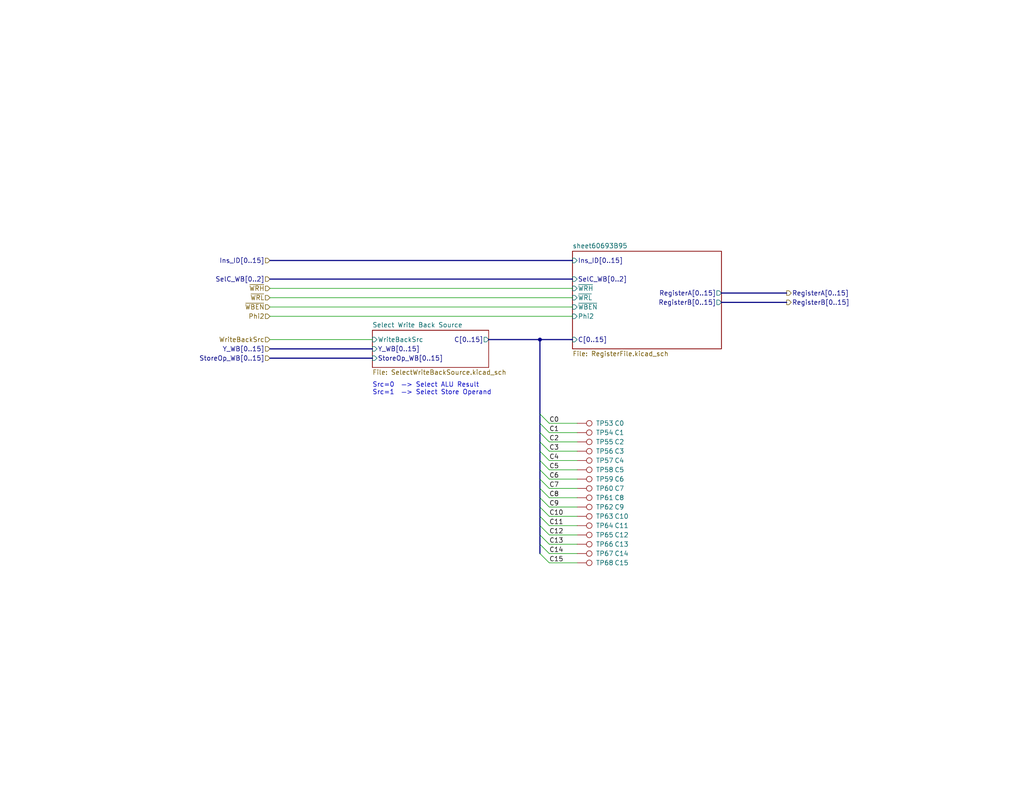
<source format=kicad_sch>
(kicad_sch (version 20230121) (generator eeschema)
  (paper "USLetter")
  (title_block (date "2023-11-19") (rev "A") (comment 4 "The Write Back Stage and Register File are combined on one PCB."))
  (lib_symbols
    (symbol "Connector:TestPoint" (pin_numbers hide) (pin_names (offset 0.762) hide)
      (property "Reference" "TP" (at 0 6.858 0))
      (property "Value" "TestPoint" (at 0 5.08 0))
      (symbol "TestPoint_0_1"
        (circle (center 0 3.302) (radius 0.762))
      )
      (symbol "TestPoint_1_1"
        (pin passive line (at 0 0 90) (length 2.54) (name "1") (number "1"))
      )
    )
  )
  (junction (at 147.32 92.71))
  (bus_entry (at 147.32 138.43) (size 2.54 2.54))
  (bus_entry (at 147.32 118.11) (size 2.54 2.54))
  (bus_entry (at 147.32 148.59) (size 2.54 2.54))
  (bus_entry (at 147.32 123.19) (size 2.54 2.54))
  (bus_entry (at 147.32 146.05) (size 2.54 2.54))
  (bus_entry (at 147.32 130.81) (size 2.54 2.54))
  (bus_entry (at 147.32 133.35) (size 2.54 2.54))
  (bus_entry (at 147.32 113.03) (size 2.54 2.54))
  (bus_entry (at 147.32 125.73) (size 2.54 2.54))
  (bus_entry (at 147.32 115.57) (size 2.54 2.54))
  (bus_entry (at 147.32 128.27) (size 2.54 2.54))
  (bus_entry (at 147.32 143.51) (size 2.54 2.54))
  (bus_entry (at 147.32 140.97) (size 2.54 2.54))
  (bus_entry (at 147.32 120.65) (size 2.54 2.54))
  (bus_entry (at 147.32 151.13) (size 2.54 2.54))
  (bus_entry (at 147.32 135.89) (size 2.54 2.54))
  (bus (pts (xy 73.66 97.79) (xy 101.6 97.79)))
  (bus (pts (xy 196.85 80.01) (xy 214.63 80.01)))
  (wire (pts (xy 149.86 125.73) (xy 157.48 125.73)))
  (bus (pts (xy 147.32 143.51) (xy 147.32 146.05)))
  (wire (pts (xy 149.86 128.27) (xy 157.48 128.27)))
  (bus (pts (xy 147.32 118.11) (xy 147.32 120.65)))
  (wire (pts (xy 149.86 123.19) (xy 157.48 123.19)))
  (wire (pts (xy 149.86 135.89) (xy 157.48 135.89)))
  (wire (pts (xy 149.86 146.05) (xy 157.48 146.05)))
  (bus (pts (xy 101.6 95.25) (xy 73.66 95.25)))
  (wire (pts (xy 149.86 151.13) (xy 157.48 151.13)))
  (bus (pts (xy 147.32 115.57) (xy 147.32 118.11)))
  (bus (pts (xy 147.32 146.05) (xy 147.32 148.59)))
  (wire (pts (xy 73.66 81.28) (xy 156.21 81.28)))
  (wire (pts (xy 149.86 133.35) (xy 157.48 133.35)))
  (bus (pts (xy 147.32 113.03) (xy 147.32 115.57)))
  (bus (pts (xy 147.32 135.89) (xy 147.32 138.43)))
  (bus (pts (xy 147.32 92.71) (xy 156.21 92.71)))
  (wire (pts (xy 149.86 118.11) (xy 157.48 118.11)))
  (bus (pts (xy 73.66 71.12) (xy 156.21 71.12)))
  (wire (pts (xy 149.86 130.81) (xy 157.48 130.81)))
  (bus (pts (xy 147.32 138.43) (xy 147.32 140.97)))
  (wire (pts (xy 149.86 120.65) (xy 157.48 120.65)))
  (bus (pts (xy 73.66 76.2) (xy 156.21 76.2)))
  (bus (pts (xy 147.32 133.35) (xy 147.32 135.89)))
  (bus (pts (xy 147.32 128.27) (xy 147.32 130.81)))
  (bus (pts (xy 147.32 130.81) (xy 147.32 133.35)))
  (wire (pts (xy 149.86 140.97) (xy 157.48 140.97)))
  (wire (pts (xy 149.86 153.67) (xy 157.48 153.67)))
  (bus (pts (xy 147.32 125.73) (xy 147.32 128.27)))
  (bus (pts (xy 147.32 123.19) (xy 147.32 125.73)))
  (wire (pts (xy 73.66 83.82) (xy 156.21 83.82)))
  (bus (pts (xy 147.32 120.65) (xy 147.32 123.19)))
  (wire (pts (xy 149.86 138.43) (xy 157.48 138.43)))
  (wire (pts (xy 149.86 115.57) (xy 157.48 115.57)))
  (bus (pts (xy 147.32 148.59) (xy 147.32 151.13)))
  (bus (pts (xy 147.32 140.97) (xy 147.32 143.51)))
  (bus (pts (xy 196.85 82.55) (xy 214.63 82.55)))
  (wire (pts (xy 73.66 92.71) (xy 101.6 92.71)))
  (wire (pts (xy 73.66 86.36) (xy 156.21 86.36)))
  (wire (pts (xy 73.66 78.74) (xy 156.21 78.74)))
  (bus (pts (xy 133.35 92.71) (xy 147.32 92.71)))
  (wire (pts (xy 149.86 148.59) (xy 157.48 148.59)))
  (wire (pts (xy 149.86 143.51) (xy 157.48 143.51)))
  (bus (pts (xy 147.32 113.03) (xy 147.32 92.71)))
  (text "Src=0  —> Select ALU Result\nSrc=1  —> Select Store Operand" (at 101.6 107.95 0) (effects (font (size 1.27 1.27)) (justify left bottom)))
  (label "C14" (at 149.86 151.13 0))
  (label "C13" (at 149.86 148.59 0))
  (label "C12" (at 149.86 146.05 0))
  (label "C9" (at 149.86 138.43 0))
  (label "C1" (at 149.86 118.11 0))
  (label "C4" (at 149.86 125.73 0))
  (label "C3" (at 149.86 123.19 0))
  (label "C0" (at 149.86 115.57 0))
  (label "C5" (at 149.86 128.27 0))
  (label "C10" (at 149.86 140.97 0))
  (label "C7" (at 149.86 133.35 0))
  (label "C15" (at 149.86 153.67 0))
  (label "C11" (at 149.86 143.51 0))
  (label "C6" (at 149.86 130.81 0))
  (label "C8" (at 149.86 135.89 0))
  (label "C2" (at 149.86 120.65 0))
  (hierarchical_label "RegisterA[0..15]" (shape output) (at 214.63 80.01 0))
  (hierarchical_label "~{WRH}" (shape input) (at 73.66 78.74 180))
  (hierarchical_label "StoreOp_WB[0..15]" (shape input) (at 73.66 97.79 180))
  (hierarchical_label "SelC_WB[0..2]" (shape input) (at 73.66 76.2 180))
  (hierarchical_label "Phi2" (shape input) (at 73.66 86.36 180))
  (hierarchical_label "Y_WB[0..15]" (shape input) (at 73.66 95.25 180))
  (hierarchical_label "WriteBackSrc" (shape input) (at 73.66 92.71 180))
  (hierarchical_label "~{WRL}" (shape input) (at 73.66 81.28 180))
  (hierarchical_label "Ins_ID[0..15]" (shape input) (at 73.66 71.12 180))
  (hierarchical_label "~{WBEN}" (shape input) (at 73.66 83.82 180))
  (hierarchical_label "RegisterB[0..15]" (shape output) (at 214.63 82.55 0))
  (symbol (lib_id "Connector:TestPoint") (at 157.48 153.67 270) (unit 1)
    (property "Reference" "TP68" (at 162.56 153.67 90) (effects (justify left)))
    (property "Value" "C15" (at 167.64 153.67 90) (effects (justify left)))
    (property "Footprint" "TestPoint:TestPoint_Pad_D1.0mm" (effects hide))
  )
  (symbol (lib_id "Connector:TestPoint") (at 157.48 138.43 270) (unit 1)
    (property "Reference" "TP62" (at 162.56 138.43 90) (effects (justify left)))
    (property "Value" "C9" (at 167.64 138.43 90) (effects (justify left)))
    (property "Footprint" "TestPoint:TestPoint_Pad_D1.0mm" (effects hide))
  )
  (symbol (lib_id "Connector:TestPoint") (at 157.48 125.73 270) (unit 1)
    (property "Reference" "TP57" (at 162.56 125.73 90) (effects (justify left)))
    (property "Value" "C4" (at 167.64 125.73 90) (effects (justify left)))
    (property "Footprint" "TestPoint:TestPoint_Pad_D1.0mm" (effects hide))
  )
  (symbol (lib_id "Connector:TestPoint") (at 157.48 123.19 270) (unit 1)
    (property "Reference" "TP56" (at 162.56 123.19 90) (effects (justify left)))
    (property "Value" "C3" (at 167.64 123.19 90) (effects (justify left)))
    (property "Footprint" "TestPoint:TestPoint_Pad_D1.0mm" (effects hide))
  )
  (symbol (lib_id "Connector:TestPoint") (at 157.48 120.65 270) (unit 1)
    (property "Reference" "TP55" (at 162.56 120.65 90) (effects (justify left)))
    (property "Value" "C2" (at 167.64 120.65 90) (effects (justify left)))
    (property "Footprint" "TestPoint:TestPoint_Pad_D1.0mm" (effects hide))
  )
  (symbol (lib_id "Connector:TestPoint") (at 157.48 128.27 270) (unit 1)
    (property "Reference" "TP58" (at 162.56 128.27 90) (effects (justify left)))
    (property "Value" "C5" (at 167.64 128.27 90) (effects (justify left)))
    (property "Footprint" "TestPoint:TestPoint_Pad_D1.0mm" (effects hide))
  )
  (symbol (lib_id "Connector:TestPoint") (at 157.48 148.59 270) (unit 1)
    (property "Reference" "TP66" (at 162.56 148.59 90) (effects (justify left)))
    (property "Value" "C13" (at 167.64 148.59 90) (effects (justify left)))
    (property "Footprint" "TestPoint:TestPoint_Pad_D1.0mm" (effects hide))
  )
  (symbol (lib_id "Connector:TestPoint") (at 157.48 118.11 270) (unit 1)
    (property "Reference" "TP54" (at 162.56 118.11 90) (effects (justify left)))
    (property "Value" "C1" (at 167.64 118.11 90) (effects (justify left)))
    (property "Footprint" "TestPoint:TestPoint_Pad_D1.0mm" (effects hide))
  )
  (symbol (lib_id "Connector:TestPoint") (at 157.48 143.51 270) (unit 1)
    (property "Reference" "TP64" (at 162.56 143.51 90) (effects (justify left)))
    (property "Value" "C11" (at 167.64 143.51 90) (effects (justify left)))
    (property "Footprint" "TestPoint:TestPoint_Pad_D1.0mm" (effects hide))
  )
  (symbol (lib_id "Connector:TestPoint") (at 157.48 135.89 270) (unit 1)
    (property "Reference" "TP61" (at 162.56 135.89 90) (effects (justify left)))
    (property "Value" "C8" (at 167.64 135.89 90) (effects (justify left)))
    (property "Footprint" "TestPoint:TestPoint_Pad_D1.0mm" (effects hide))
  )
  (symbol (lib_id "Connector:TestPoint") (at 157.48 146.05 270) (unit 1)
    (property "Reference" "TP65" (at 162.56 146.05 90) (effects (justify left)))
    (property "Value" "C12" (at 167.64 146.05 90) (effects (justify left)))
    (property "Footprint" "TestPoint:TestPoint_Pad_D1.0mm" (effects hide))
  )
  (symbol (lib_id "Connector:TestPoint") (at 157.48 140.97 270) (unit 1)
    (property "Reference" "TP63" (at 162.56 140.97 90) (effects (justify left)))
    (property "Value" "C10" (at 167.64 140.97 90) (effects (justify left)))
    (property "Footprint" "TestPoint:TestPoint_Pad_D1.0mm" (effects hide))
  )
  (symbol (lib_id "Connector:TestPoint") (at 157.48 130.81 270) (unit 1)
    (property "Reference" "TP59" (at 162.56 130.81 90) (effects (justify left)))
    (property "Value" "C6" (at 167.64 130.81 90) (effects (justify left)))
    (property "Footprint" "TestPoint:TestPoint_Pad_D1.0mm" (effects hide))
  )
  (symbol (lib_id "Connector:TestPoint") (at 157.48 115.57 270) (unit 1)
    (property "Reference" "TP53" (at 162.56 115.57 90) (effects (justify left)))
    (property "Value" "C0" (at 167.64 115.57 90) (effects (justify left)))
    (property "Footprint" "TestPoint:TestPoint_Pad_D1.0mm" (effects hide))
  )
  (symbol (lib_id "Connector:TestPoint") (at 157.48 151.13 270) (unit 1)
    (property "Reference" "TP67" (at 162.56 151.13 90) (effects (justify left)))
    (property "Value" "C14" (at 167.64 151.13 90) (effects (justify left)))
    (property "Footprint" "TestPoint:TestPoint_Pad_D1.0mm" (effects hide))
  )
  (symbol (lib_id "Connector:TestPoint") (at 157.48 133.35 270) (unit 1)
    (property "Reference" "TP60" (at 162.56 133.35 90) (effects (justify left)))
    (property "Value" "C7" (at 167.64 133.35 90) (effects (justify left)))
    (property "Footprint" "TestPoint:TestPoint_Pad_D1.0mm" (effects hide))
  )
  (sheet (at 101.6 90.17) (size 31.75 10.16)
    (property "Sheetname" "Select Write Back Source" (at 101.6 89.4584 0) (effects (justify left bottom)))
    (property "Sheetfile" "SelectWriteBackSource.kicad_sch" (at 101.6 100.9146 0) (effects (justify left top)))
    (pin "C[0..15]" output (at 133.35 92.71 0))
    (pin "StoreOp_WB[0..15]" input (at 101.6 97.79 180))
    (pin "Y_WB[0..15]" input (at 101.6 95.25 180))
    (pin "WriteBackSrc" input (at 101.6 92.71 180))
  )
  (sheet (at 156.21 68.58) (size 40.64 26.67)
    (property "Sheetname" "sheet60693B95" (at 156.21 67.8684 0) (effects (justify left bottom)))
    (property "Sheetfile" "RegisterFile.kicad_sch" (at 156.21 95.8346 0) (effects (justify left top)))
    (pin "~{WRH}" input (at 156.21 78.74 180))
    (pin "~{WRL}" input (at 156.21 81.28 180))
    (pin "C[0..15]" input (at 156.21 92.71 180))
    (pin "SelC_WB[0..2]" input (at 156.21 76.2 180))
    (pin "RegisterB[0..15]" output (at 196.85 82.55 0))
    (pin "RegisterA[0..15]" output (at 196.85 80.01 0))
    (pin "~{WBEN}" input (at 156.21 83.82 180))
    (pin "Ins_ID[0..15]" input (at 156.21 71.12 180))
    (pin "Phi2" input (at 156.21 86.36 180))
  )
)
</source>
